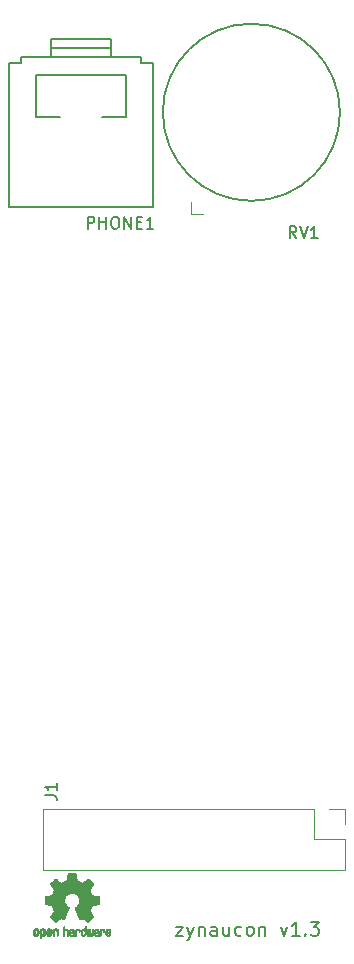
<source format=gbr>
G04 #@! TF.GenerationSoftware,KiCad,Pcbnew,5.1.7-a382d34a8~88~ubuntu18.04.1*
G04 #@! TF.CreationDate,2021-03-11T03:59:41+01:00*
G04 #@! TF.ProjectId,ZynAudioCon,5a796e41-7564-4696-9f43-6f6e2e6b6963,rev?*
G04 #@! TF.SameCoordinates,Original*
G04 #@! TF.FileFunction,Legend,Top*
G04 #@! TF.FilePolarity,Positive*
%FSLAX46Y46*%
G04 Gerber Fmt 4.6, Leading zero omitted, Abs format (unit mm)*
G04 Created by KiCad (PCBNEW 5.1.7-a382d34a8~88~ubuntu18.04.1) date 2021-03-11 03:59:41*
%MOMM*%
%LPD*%
G01*
G04 APERTURE LIST*
%ADD10C,0.130000*%
%ADD11C,0.150000*%
%ADD12C,0.120000*%
%ADD13C,0.010000*%
G04 APERTURE END LIST*
D10*
X93421428Y-121153571D02*
X94023809Y-121153571D01*
X93421428Y-121920238D01*
X94023809Y-121920238D01*
X94352380Y-121153571D02*
X94626190Y-121920238D01*
X94900000Y-121153571D02*
X94626190Y-121920238D01*
X94516666Y-122194047D01*
X94461904Y-122248809D01*
X94352380Y-122303571D01*
X95338095Y-121153571D02*
X95338095Y-121920238D01*
X95338095Y-121263095D02*
X95392857Y-121208333D01*
X95502380Y-121153571D01*
X95666666Y-121153571D01*
X95776190Y-121208333D01*
X95830952Y-121317857D01*
X95830952Y-121920238D01*
X96871428Y-121920238D02*
X96871428Y-121317857D01*
X96816666Y-121208333D01*
X96707142Y-121153571D01*
X96488095Y-121153571D01*
X96378571Y-121208333D01*
X96871428Y-121865476D02*
X96761904Y-121920238D01*
X96488095Y-121920238D01*
X96378571Y-121865476D01*
X96323809Y-121755952D01*
X96323809Y-121646428D01*
X96378571Y-121536904D01*
X96488095Y-121482142D01*
X96761904Y-121482142D01*
X96871428Y-121427380D01*
X97911904Y-121153571D02*
X97911904Y-121920238D01*
X97419047Y-121153571D02*
X97419047Y-121755952D01*
X97473809Y-121865476D01*
X97583333Y-121920238D01*
X97747619Y-121920238D01*
X97857142Y-121865476D01*
X97911904Y-121810714D01*
X98952380Y-121865476D02*
X98842857Y-121920238D01*
X98623809Y-121920238D01*
X98514285Y-121865476D01*
X98459523Y-121810714D01*
X98404761Y-121701190D01*
X98404761Y-121372619D01*
X98459523Y-121263095D01*
X98514285Y-121208333D01*
X98623809Y-121153571D01*
X98842857Y-121153571D01*
X98952380Y-121208333D01*
X99609523Y-121920238D02*
X99500000Y-121865476D01*
X99445238Y-121810714D01*
X99390476Y-121701190D01*
X99390476Y-121372619D01*
X99445238Y-121263095D01*
X99500000Y-121208333D01*
X99609523Y-121153571D01*
X99773809Y-121153571D01*
X99883333Y-121208333D01*
X99938095Y-121263095D01*
X99992857Y-121372619D01*
X99992857Y-121701190D01*
X99938095Y-121810714D01*
X99883333Y-121865476D01*
X99773809Y-121920238D01*
X99609523Y-121920238D01*
X100485714Y-121153571D02*
X100485714Y-121920238D01*
X100485714Y-121263095D02*
X100540476Y-121208333D01*
X100650000Y-121153571D01*
X100814285Y-121153571D01*
X100923809Y-121208333D01*
X100978571Y-121317857D01*
X100978571Y-121920238D01*
X102292857Y-121153571D02*
X102566666Y-121920238D01*
X102840476Y-121153571D01*
X103880952Y-121920238D02*
X103223809Y-121920238D01*
X103552380Y-121920238D02*
X103552380Y-120770238D01*
X103442857Y-120934523D01*
X103333333Y-121044047D01*
X103223809Y-121098809D01*
X104373809Y-121810714D02*
X104428571Y-121865476D01*
X104373809Y-121920238D01*
X104319047Y-121865476D01*
X104373809Y-121810714D01*
X104373809Y-121920238D01*
X104811904Y-120770238D02*
X105523809Y-120770238D01*
X105140476Y-121208333D01*
X105304761Y-121208333D01*
X105414285Y-121263095D01*
X105469047Y-121317857D01*
X105523809Y-121427380D01*
X105523809Y-121701190D01*
X105469047Y-121810714D01*
X105414285Y-121865476D01*
X105304761Y-121920238D01*
X104976190Y-121920238D01*
X104866666Y-121865476D01*
X104811904Y-121810714D01*
D11*
G04 #@! TO.C,PHONE1*
X89210000Y-49018000D02*
X89210000Y-52574000D01*
X90480000Y-47494000D02*
X90480000Y-48002000D01*
X91496000Y-48002000D02*
X90480000Y-48002000D01*
X80320000Y-47748000D02*
X80320000Y-47494000D01*
X82860000Y-45970000D02*
X87940000Y-45970000D01*
X83622000Y-52574000D02*
X81590000Y-52574000D01*
X80320000Y-47494000D02*
X90480000Y-47494000D01*
X82860000Y-46732000D02*
X87940000Y-46732000D01*
X87940000Y-47494000D02*
X87940000Y-45970000D01*
X80320000Y-48002000D02*
X80320000Y-47748000D01*
X82860000Y-45970000D02*
X82860000Y-47494000D01*
X89210000Y-52574000D02*
X87178000Y-52574000D01*
X79304000Y-60194000D02*
X79304000Y-48002000D01*
X91496000Y-60194000D02*
X79304000Y-60194000D01*
X91496000Y-48002000D02*
X91496000Y-60194000D01*
X80320000Y-48002000D02*
X79304000Y-48002000D01*
X81590000Y-49018000D02*
X89210000Y-49018000D01*
X81590000Y-52574000D02*
X81590000Y-49018000D01*
G04 #@! TO.C,RV1*
X107300000Y-52200000D02*
G75*
G03*
X107300000Y-52200000I-7500000J0D01*
G01*
D12*
X95685700Y-60814300D02*
X94685700Y-60814300D01*
X94685700Y-60814300D02*
X94685700Y-59814300D01*
G04 #@! TO.C,J1*
X107690000Y-111160000D02*
X107690000Y-112490000D01*
X106360000Y-111160000D02*
X107690000Y-111160000D01*
X107690000Y-113760000D02*
X107690000Y-116360000D01*
X105090000Y-113760000D02*
X107690000Y-113760000D01*
X105090000Y-111160000D02*
X105090000Y-113760000D01*
X107690000Y-116360000D02*
X82170000Y-116360000D01*
X105090000Y-111160000D02*
X82170000Y-111160000D01*
X82170000Y-111160000D02*
X82170000Y-116360000D01*
D13*
G04 #@! TO.C,REF\u002A\u002A*
G36*
X84685910Y-116622348D02*
G01*
X84764454Y-116622778D01*
X84821298Y-116623942D01*
X84860105Y-116626207D01*
X84884538Y-116629940D01*
X84898262Y-116635506D01*
X84904940Y-116643273D01*
X84908236Y-116653605D01*
X84908556Y-116654943D01*
X84913562Y-116679079D01*
X84922829Y-116726701D01*
X84935392Y-116792741D01*
X84950287Y-116872128D01*
X84966551Y-116959796D01*
X84967119Y-116962875D01*
X84983410Y-117048789D01*
X84998652Y-117124696D01*
X85011861Y-117186045D01*
X85022054Y-117228282D01*
X85028248Y-117246855D01*
X85028543Y-117247184D01*
X85046788Y-117256253D01*
X85084405Y-117271367D01*
X85133271Y-117289262D01*
X85133543Y-117289358D01*
X85195093Y-117312493D01*
X85267657Y-117341965D01*
X85336057Y-117371597D01*
X85339294Y-117373062D01*
X85450702Y-117423626D01*
X85697399Y-117255160D01*
X85773077Y-117203803D01*
X85841631Y-117157889D01*
X85899088Y-117120030D01*
X85941476Y-117092837D01*
X85964825Y-117078921D01*
X85967042Y-117077889D01*
X85984010Y-117082484D01*
X86015701Y-117104655D01*
X86063352Y-117145447D01*
X86128198Y-117205905D01*
X86194397Y-117270227D01*
X86258214Y-117333612D01*
X86315329Y-117391451D01*
X86362305Y-117440175D01*
X86395703Y-117476210D01*
X86412085Y-117495984D01*
X86412694Y-117497002D01*
X86414505Y-117510572D01*
X86407683Y-117532733D01*
X86390540Y-117566478D01*
X86361393Y-117614800D01*
X86318555Y-117680692D01*
X86261448Y-117765517D01*
X86210766Y-117840177D01*
X86165461Y-117907140D01*
X86128150Y-117962516D01*
X86101452Y-118002420D01*
X86087985Y-118022962D01*
X86087137Y-118024356D01*
X86088781Y-118044038D01*
X86101245Y-118082293D01*
X86122048Y-118131889D01*
X86129462Y-118147728D01*
X86161814Y-118218290D01*
X86196328Y-118298353D01*
X86224365Y-118367629D01*
X86244568Y-118419045D01*
X86260615Y-118458119D01*
X86269888Y-118478541D01*
X86271041Y-118480114D01*
X86288096Y-118482721D01*
X86328298Y-118489863D01*
X86386302Y-118500523D01*
X86456763Y-118513685D01*
X86534335Y-118528333D01*
X86613672Y-118543449D01*
X86689431Y-118558018D01*
X86756264Y-118571022D01*
X86808828Y-118581445D01*
X86841776Y-118588270D01*
X86849857Y-118590199D01*
X86858205Y-118594962D01*
X86864506Y-118605718D01*
X86869045Y-118626098D01*
X86872104Y-118659734D01*
X86873967Y-118710255D01*
X86874918Y-118781292D01*
X86875240Y-118876476D01*
X86875257Y-118915492D01*
X86875257Y-119232799D01*
X86799057Y-119247839D01*
X86756663Y-119255995D01*
X86693400Y-119267899D01*
X86616962Y-119282116D01*
X86535043Y-119297210D01*
X86512400Y-119301355D01*
X86436806Y-119316053D01*
X86370953Y-119330505D01*
X86320366Y-119343375D01*
X86290574Y-119353322D01*
X86285612Y-119356287D01*
X86273426Y-119377283D01*
X86255953Y-119417967D01*
X86236577Y-119470322D01*
X86232734Y-119481600D01*
X86207339Y-119551523D01*
X86175817Y-119630418D01*
X86144969Y-119701266D01*
X86144817Y-119701595D01*
X86093447Y-119812733D01*
X86262399Y-120061253D01*
X86431352Y-120309772D01*
X86214429Y-120527058D01*
X86148819Y-120591726D01*
X86088979Y-120648733D01*
X86038267Y-120695033D01*
X86000046Y-120727584D01*
X85977675Y-120743343D01*
X85974466Y-120744343D01*
X85955626Y-120736469D01*
X85917180Y-120714578D01*
X85863330Y-120681267D01*
X85798276Y-120639131D01*
X85727940Y-120591943D01*
X85656555Y-120543810D01*
X85592908Y-120501928D01*
X85541041Y-120468871D01*
X85504995Y-120447218D01*
X85488867Y-120439543D01*
X85469189Y-120446037D01*
X85431875Y-120463150D01*
X85384621Y-120487326D01*
X85379612Y-120490013D01*
X85315977Y-120521927D01*
X85272341Y-120537579D01*
X85245202Y-120537745D01*
X85231057Y-120523204D01*
X85230975Y-120523000D01*
X85223905Y-120505779D01*
X85207042Y-120464899D01*
X85181695Y-120403525D01*
X85149171Y-120324819D01*
X85110778Y-120231947D01*
X85067822Y-120128072D01*
X85026222Y-120027502D01*
X84980504Y-119916516D01*
X84938526Y-119813703D01*
X84901548Y-119722215D01*
X84870827Y-119645201D01*
X84847622Y-119585815D01*
X84833190Y-119547209D01*
X84828743Y-119532800D01*
X84839896Y-119516272D01*
X84869069Y-119489930D01*
X84907971Y-119460887D01*
X85018757Y-119369039D01*
X85105351Y-119263759D01*
X85166716Y-119147266D01*
X85201815Y-119021776D01*
X85209608Y-118889507D01*
X85203943Y-118828457D01*
X85173078Y-118701795D01*
X85119920Y-118589941D01*
X85047767Y-118494001D01*
X84959917Y-118415076D01*
X84859665Y-118354270D01*
X84750310Y-118312687D01*
X84635147Y-118291428D01*
X84517475Y-118291599D01*
X84400590Y-118314301D01*
X84287789Y-118360638D01*
X84182369Y-118431713D01*
X84138368Y-118471911D01*
X84053979Y-118575129D01*
X83995222Y-118687925D01*
X83961704Y-118807010D01*
X83953035Y-118929095D01*
X83968823Y-119050893D01*
X84008678Y-119169116D01*
X84072207Y-119280475D01*
X84159021Y-119381684D01*
X84256029Y-119460887D01*
X84296437Y-119491162D01*
X84324982Y-119517219D01*
X84335257Y-119532825D01*
X84329877Y-119549843D01*
X84314575Y-119590500D01*
X84290612Y-119651642D01*
X84259244Y-119730119D01*
X84221732Y-119822780D01*
X84179333Y-119926472D01*
X84137663Y-120027526D01*
X84091690Y-120138607D01*
X84049107Y-120241541D01*
X84011221Y-120333165D01*
X83979340Y-120410316D01*
X83954771Y-120469831D01*
X83938820Y-120508544D01*
X83932910Y-120523000D01*
X83918948Y-120537685D01*
X83891940Y-120537642D01*
X83848413Y-120522099D01*
X83784890Y-120490284D01*
X83784388Y-120490013D01*
X83736560Y-120465323D01*
X83697897Y-120447338D01*
X83676095Y-120439614D01*
X83675133Y-120439543D01*
X83658721Y-120447378D01*
X83622487Y-120469165D01*
X83570474Y-120502328D01*
X83506725Y-120544291D01*
X83436060Y-120591943D01*
X83364116Y-120640191D01*
X83299274Y-120682151D01*
X83245735Y-120715227D01*
X83207697Y-120736821D01*
X83189533Y-120744343D01*
X83172808Y-120734457D01*
X83139180Y-120706826D01*
X83092010Y-120664495D01*
X83034658Y-120610505D01*
X82970484Y-120547899D01*
X82949497Y-120526983D01*
X82732499Y-120309623D01*
X82897668Y-120067220D01*
X82947864Y-119992781D01*
X82991919Y-119925972D01*
X83027362Y-119870665D01*
X83051719Y-119830729D01*
X83062522Y-119810036D01*
X83062838Y-119808563D01*
X83057143Y-119789058D01*
X83041826Y-119749822D01*
X83019537Y-119697430D01*
X83003893Y-119662355D01*
X82974641Y-119595201D01*
X82947094Y-119527358D01*
X82925737Y-119470034D01*
X82919935Y-119452572D01*
X82903452Y-119405938D01*
X82887340Y-119369905D01*
X82878490Y-119356287D01*
X82858960Y-119347952D01*
X82816334Y-119336137D01*
X82756145Y-119322181D01*
X82683922Y-119307422D01*
X82651600Y-119301355D01*
X82569522Y-119286273D01*
X82490795Y-119271669D01*
X82423109Y-119258980D01*
X82374160Y-119249642D01*
X82364943Y-119247839D01*
X82288743Y-119232799D01*
X82288743Y-118915492D01*
X82288914Y-118811154D01*
X82289616Y-118732213D01*
X82291134Y-118675038D01*
X82293749Y-118635999D01*
X82297746Y-118611465D01*
X82303409Y-118597805D01*
X82311020Y-118591389D01*
X82314143Y-118590199D01*
X82332978Y-118585980D01*
X82374588Y-118577562D01*
X82433630Y-118565961D01*
X82504757Y-118552195D01*
X82582625Y-118537280D01*
X82661887Y-118522232D01*
X82737198Y-118508069D01*
X82803213Y-118495806D01*
X82854587Y-118486461D01*
X82885975Y-118481050D01*
X82892959Y-118480114D01*
X82899285Y-118467596D01*
X82913290Y-118434246D01*
X82932355Y-118386377D01*
X82939634Y-118367629D01*
X82968996Y-118295195D01*
X83003571Y-118215170D01*
X83034537Y-118147728D01*
X83057323Y-118096159D01*
X83072482Y-118053785D01*
X83077542Y-118027834D01*
X83076736Y-118024356D01*
X83066041Y-118007936D01*
X83041620Y-117971417D01*
X83006095Y-117918687D01*
X82962087Y-117853635D01*
X82912217Y-117780151D01*
X82902356Y-117765645D01*
X82844492Y-117679704D01*
X82801956Y-117614261D01*
X82773054Y-117566304D01*
X82756090Y-117532820D01*
X82749367Y-117510795D01*
X82751190Y-117497217D01*
X82751236Y-117497131D01*
X82765586Y-117479297D01*
X82797323Y-117444817D01*
X82843010Y-117397268D01*
X82899204Y-117340222D01*
X82962468Y-117277255D01*
X82969602Y-117270227D01*
X83049330Y-117193020D01*
X83110857Y-117136330D01*
X83155421Y-117099110D01*
X83184257Y-117080315D01*
X83196958Y-117077889D01*
X83215494Y-117088471D01*
X83253961Y-117112916D01*
X83308386Y-117148612D01*
X83374798Y-117192947D01*
X83449225Y-117243311D01*
X83466601Y-117255160D01*
X83713297Y-117423626D01*
X83824706Y-117373062D01*
X83892457Y-117343595D01*
X83965183Y-117313959D01*
X84027703Y-117290330D01*
X84030457Y-117289358D01*
X84079360Y-117271457D01*
X84117057Y-117256320D01*
X84135425Y-117247210D01*
X84135456Y-117247184D01*
X84141285Y-117230717D01*
X84151192Y-117190219D01*
X84164195Y-117130242D01*
X84179309Y-117055340D01*
X84195552Y-116970064D01*
X84196881Y-116962875D01*
X84213175Y-116875014D01*
X84228133Y-116795260D01*
X84240791Y-116728681D01*
X84250186Y-116680347D01*
X84255354Y-116655325D01*
X84255444Y-116654943D01*
X84258589Y-116644299D01*
X84264704Y-116636262D01*
X84277453Y-116630467D01*
X84300500Y-116626547D01*
X84337509Y-116624135D01*
X84392144Y-116622865D01*
X84468067Y-116622371D01*
X84568944Y-116622286D01*
X84582000Y-116622286D01*
X84685910Y-116622348D01*
G37*
X84685910Y-116622348D02*
X84764454Y-116622778D01*
X84821298Y-116623942D01*
X84860105Y-116626207D01*
X84884538Y-116629940D01*
X84898262Y-116635506D01*
X84904940Y-116643273D01*
X84908236Y-116653605D01*
X84908556Y-116654943D01*
X84913562Y-116679079D01*
X84922829Y-116726701D01*
X84935392Y-116792741D01*
X84950287Y-116872128D01*
X84966551Y-116959796D01*
X84967119Y-116962875D01*
X84983410Y-117048789D01*
X84998652Y-117124696D01*
X85011861Y-117186045D01*
X85022054Y-117228282D01*
X85028248Y-117246855D01*
X85028543Y-117247184D01*
X85046788Y-117256253D01*
X85084405Y-117271367D01*
X85133271Y-117289262D01*
X85133543Y-117289358D01*
X85195093Y-117312493D01*
X85267657Y-117341965D01*
X85336057Y-117371597D01*
X85339294Y-117373062D01*
X85450702Y-117423626D01*
X85697399Y-117255160D01*
X85773077Y-117203803D01*
X85841631Y-117157889D01*
X85899088Y-117120030D01*
X85941476Y-117092837D01*
X85964825Y-117078921D01*
X85967042Y-117077889D01*
X85984010Y-117082484D01*
X86015701Y-117104655D01*
X86063352Y-117145447D01*
X86128198Y-117205905D01*
X86194397Y-117270227D01*
X86258214Y-117333612D01*
X86315329Y-117391451D01*
X86362305Y-117440175D01*
X86395703Y-117476210D01*
X86412085Y-117495984D01*
X86412694Y-117497002D01*
X86414505Y-117510572D01*
X86407683Y-117532733D01*
X86390540Y-117566478D01*
X86361393Y-117614800D01*
X86318555Y-117680692D01*
X86261448Y-117765517D01*
X86210766Y-117840177D01*
X86165461Y-117907140D01*
X86128150Y-117962516D01*
X86101452Y-118002420D01*
X86087985Y-118022962D01*
X86087137Y-118024356D01*
X86088781Y-118044038D01*
X86101245Y-118082293D01*
X86122048Y-118131889D01*
X86129462Y-118147728D01*
X86161814Y-118218290D01*
X86196328Y-118298353D01*
X86224365Y-118367629D01*
X86244568Y-118419045D01*
X86260615Y-118458119D01*
X86269888Y-118478541D01*
X86271041Y-118480114D01*
X86288096Y-118482721D01*
X86328298Y-118489863D01*
X86386302Y-118500523D01*
X86456763Y-118513685D01*
X86534335Y-118528333D01*
X86613672Y-118543449D01*
X86689431Y-118558018D01*
X86756264Y-118571022D01*
X86808828Y-118581445D01*
X86841776Y-118588270D01*
X86849857Y-118590199D01*
X86858205Y-118594962D01*
X86864506Y-118605718D01*
X86869045Y-118626098D01*
X86872104Y-118659734D01*
X86873967Y-118710255D01*
X86874918Y-118781292D01*
X86875240Y-118876476D01*
X86875257Y-118915492D01*
X86875257Y-119232799D01*
X86799057Y-119247839D01*
X86756663Y-119255995D01*
X86693400Y-119267899D01*
X86616962Y-119282116D01*
X86535043Y-119297210D01*
X86512400Y-119301355D01*
X86436806Y-119316053D01*
X86370953Y-119330505D01*
X86320366Y-119343375D01*
X86290574Y-119353322D01*
X86285612Y-119356287D01*
X86273426Y-119377283D01*
X86255953Y-119417967D01*
X86236577Y-119470322D01*
X86232734Y-119481600D01*
X86207339Y-119551523D01*
X86175817Y-119630418D01*
X86144969Y-119701266D01*
X86144817Y-119701595D01*
X86093447Y-119812733D01*
X86262399Y-120061253D01*
X86431352Y-120309772D01*
X86214429Y-120527058D01*
X86148819Y-120591726D01*
X86088979Y-120648733D01*
X86038267Y-120695033D01*
X86000046Y-120727584D01*
X85977675Y-120743343D01*
X85974466Y-120744343D01*
X85955626Y-120736469D01*
X85917180Y-120714578D01*
X85863330Y-120681267D01*
X85798276Y-120639131D01*
X85727940Y-120591943D01*
X85656555Y-120543810D01*
X85592908Y-120501928D01*
X85541041Y-120468871D01*
X85504995Y-120447218D01*
X85488867Y-120439543D01*
X85469189Y-120446037D01*
X85431875Y-120463150D01*
X85384621Y-120487326D01*
X85379612Y-120490013D01*
X85315977Y-120521927D01*
X85272341Y-120537579D01*
X85245202Y-120537745D01*
X85231057Y-120523204D01*
X85230975Y-120523000D01*
X85223905Y-120505779D01*
X85207042Y-120464899D01*
X85181695Y-120403525D01*
X85149171Y-120324819D01*
X85110778Y-120231947D01*
X85067822Y-120128072D01*
X85026222Y-120027502D01*
X84980504Y-119916516D01*
X84938526Y-119813703D01*
X84901548Y-119722215D01*
X84870827Y-119645201D01*
X84847622Y-119585815D01*
X84833190Y-119547209D01*
X84828743Y-119532800D01*
X84839896Y-119516272D01*
X84869069Y-119489930D01*
X84907971Y-119460887D01*
X85018757Y-119369039D01*
X85105351Y-119263759D01*
X85166716Y-119147266D01*
X85201815Y-119021776D01*
X85209608Y-118889507D01*
X85203943Y-118828457D01*
X85173078Y-118701795D01*
X85119920Y-118589941D01*
X85047767Y-118494001D01*
X84959917Y-118415076D01*
X84859665Y-118354270D01*
X84750310Y-118312687D01*
X84635147Y-118291428D01*
X84517475Y-118291599D01*
X84400590Y-118314301D01*
X84287789Y-118360638D01*
X84182369Y-118431713D01*
X84138368Y-118471911D01*
X84053979Y-118575129D01*
X83995222Y-118687925D01*
X83961704Y-118807010D01*
X83953035Y-118929095D01*
X83968823Y-119050893D01*
X84008678Y-119169116D01*
X84072207Y-119280475D01*
X84159021Y-119381684D01*
X84256029Y-119460887D01*
X84296437Y-119491162D01*
X84324982Y-119517219D01*
X84335257Y-119532825D01*
X84329877Y-119549843D01*
X84314575Y-119590500D01*
X84290612Y-119651642D01*
X84259244Y-119730119D01*
X84221732Y-119822780D01*
X84179333Y-119926472D01*
X84137663Y-120027526D01*
X84091690Y-120138607D01*
X84049107Y-120241541D01*
X84011221Y-120333165D01*
X83979340Y-120410316D01*
X83954771Y-120469831D01*
X83938820Y-120508544D01*
X83932910Y-120523000D01*
X83918948Y-120537685D01*
X83891940Y-120537642D01*
X83848413Y-120522099D01*
X83784890Y-120490284D01*
X83784388Y-120490013D01*
X83736560Y-120465323D01*
X83697897Y-120447338D01*
X83676095Y-120439614D01*
X83675133Y-120439543D01*
X83658721Y-120447378D01*
X83622487Y-120469165D01*
X83570474Y-120502328D01*
X83506725Y-120544291D01*
X83436060Y-120591943D01*
X83364116Y-120640191D01*
X83299274Y-120682151D01*
X83245735Y-120715227D01*
X83207697Y-120736821D01*
X83189533Y-120744343D01*
X83172808Y-120734457D01*
X83139180Y-120706826D01*
X83092010Y-120664495D01*
X83034658Y-120610505D01*
X82970484Y-120547899D01*
X82949497Y-120526983D01*
X82732499Y-120309623D01*
X82897668Y-120067220D01*
X82947864Y-119992781D01*
X82991919Y-119925972D01*
X83027362Y-119870665D01*
X83051719Y-119830729D01*
X83062522Y-119810036D01*
X83062838Y-119808563D01*
X83057143Y-119789058D01*
X83041826Y-119749822D01*
X83019537Y-119697430D01*
X83003893Y-119662355D01*
X82974641Y-119595201D01*
X82947094Y-119527358D01*
X82925737Y-119470034D01*
X82919935Y-119452572D01*
X82903452Y-119405938D01*
X82887340Y-119369905D01*
X82878490Y-119356287D01*
X82858960Y-119347952D01*
X82816334Y-119336137D01*
X82756145Y-119322181D01*
X82683922Y-119307422D01*
X82651600Y-119301355D01*
X82569522Y-119286273D01*
X82490795Y-119271669D01*
X82423109Y-119258980D01*
X82374160Y-119249642D01*
X82364943Y-119247839D01*
X82288743Y-119232799D01*
X82288743Y-118915492D01*
X82288914Y-118811154D01*
X82289616Y-118732213D01*
X82291134Y-118675038D01*
X82293749Y-118635999D01*
X82297746Y-118611465D01*
X82303409Y-118597805D01*
X82311020Y-118591389D01*
X82314143Y-118590199D01*
X82332978Y-118585980D01*
X82374588Y-118577562D01*
X82433630Y-118565961D01*
X82504757Y-118552195D01*
X82582625Y-118537280D01*
X82661887Y-118522232D01*
X82737198Y-118508069D01*
X82803213Y-118495806D01*
X82854587Y-118486461D01*
X82885975Y-118481050D01*
X82892959Y-118480114D01*
X82899285Y-118467596D01*
X82913290Y-118434246D01*
X82932355Y-118386377D01*
X82939634Y-118367629D01*
X82968996Y-118295195D01*
X83003571Y-118215170D01*
X83034537Y-118147728D01*
X83057323Y-118096159D01*
X83072482Y-118053785D01*
X83077542Y-118027834D01*
X83076736Y-118024356D01*
X83066041Y-118007936D01*
X83041620Y-117971417D01*
X83006095Y-117918687D01*
X82962087Y-117853635D01*
X82912217Y-117780151D01*
X82902356Y-117765645D01*
X82844492Y-117679704D01*
X82801956Y-117614261D01*
X82773054Y-117566304D01*
X82756090Y-117532820D01*
X82749367Y-117510795D01*
X82751190Y-117497217D01*
X82751236Y-117497131D01*
X82765586Y-117479297D01*
X82797323Y-117444817D01*
X82843010Y-117397268D01*
X82899204Y-117340222D01*
X82962468Y-117277255D01*
X82969602Y-117270227D01*
X83049330Y-117193020D01*
X83110857Y-117136330D01*
X83155421Y-117099110D01*
X83184257Y-117080315D01*
X83196958Y-117077889D01*
X83215494Y-117088471D01*
X83253961Y-117112916D01*
X83308386Y-117148612D01*
X83374798Y-117192947D01*
X83449225Y-117243311D01*
X83466601Y-117255160D01*
X83713297Y-117423626D01*
X83824706Y-117373062D01*
X83892457Y-117343595D01*
X83965183Y-117313959D01*
X84027703Y-117290330D01*
X84030457Y-117289358D01*
X84079360Y-117271457D01*
X84117057Y-117256320D01*
X84135425Y-117247210D01*
X84135456Y-117247184D01*
X84141285Y-117230717D01*
X84151192Y-117190219D01*
X84164195Y-117130242D01*
X84179309Y-117055340D01*
X84195552Y-116970064D01*
X84196881Y-116962875D01*
X84213175Y-116875014D01*
X84228133Y-116795260D01*
X84240791Y-116728681D01*
X84250186Y-116680347D01*
X84255354Y-116655325D01*
X84255444Y-116654943D01*
X84258589Y-116644299D01*
X84264704Y-116636262D01*
X84277453Y-116630467D01*
X84300500Y-116626547D01*
X84337509Y-116624135D01*
X84392144Y-116622865D01*
X84468067Y-116622371D01*
X84568944Y-116622286D01*
X84582000Y-116622286D01*
X84685910Y-116622348D01*
G36*
X87735595Y-121346966D02*
G01*
X87793021Y-121384497D01*
X87820719Y-121418096D01*
X87842662Y-121479064D01*
X87844405Y-121527308D01*
X87840457Y-121591816D01*
X87691686Y-121656934D01*
X87619349Y-121690202D01*
X87572084Y-121716964D01*
X87547507Y-121740144D01*
X87543237Y-121762667D01*
X87556889Y-121787455D01*
X87571943Y-121803886D01*
X87615746Y-121830235D01*
X87663389Y-121832081D01*
X87707145Y-121811546D01*
X87739289Y-121770752D01*
X87745038Y-121756347D01*
X87772576Y-121711356D01*
X87804258Y-121692182D01*
X87847714Y-121675779D01*
X87847714Y-121737966D01*
X87843872Y-121780283D01*
X87828823Y-121815969D01*
X87797280Y-121856943D01*
X87792592Y-121862267D01*
X87757506Y-121898720D01*
X87727347Y-121918283D01*
X87689615Y-121927283D01*
X87658335Y-121930230D01*
X87602385Y-121930965D01*
X87562555Y-121921660D01*
X87537708Y-121907846D01*
X87498656Y-121877467D01*
X87471625Y-121844613D01*
X87454517Y-121803294D01*
X87445238Y-121747521D01*
X87441693Y-121671305D01*
X87441410Y-121632622D01*
X87442372Y-121586247D01*
X87530007Y-121586247D01*
X87531023Y-121611126D01*
X87533556Y-121615200D01*
X87550274Y-121609665D01*
X87586249Y-121595017D01*
X87634331Y-121574190D01*
X87644386Y-121569714D01*
X87705152Y-121538814D01*
X87738632Y-121511657D01*
X87745990Y-121486220D01*
X87728391Y-121460481D01*
X87713856Y-121449109D01*
X87661410Y-121426364D01*
X87612322Y-121430122D01*
X87571227Y-121457884D01*
X87542758Y-121507152D01*
X87533631Y-121546257D01*
X87530007Y-121586247D01*
X87442372Y-121586247D01*
X87443285Y-121542249D01*
X87450196Y-121475384D01*
X87463884Y-121426695D01*
X87486096Y-121390849D01*
X87518574Y-121362513D01*
X87532733Y-121353355D01*
X87597053Y-121329507D01*
X87667473Y-121328006D01*
X87735595Y-121346966D01*
G37*
X87735595Y-121346966D02*
X87793021Y-121384497D01*
X87820719Y-121418096D01*
X87842662Y-121479064D01*
X87844405Y-121527308D01*
X87840457Y-121591816D01*
X87691686Y-121656934D01*
X87619349Y-121690202D01*
X87572084Y-121716964D01*
X87547507Y-121740144D01*
X87543237Y-121762667D01*
X87556889Y-121787455D01*
X87571943Y-121803886D01*
X87615746Y-121830235D01*
X87663389Y-121832081D01*
X87707145Y-121811546D01*
X87739289Y-121770752D01*
X87745038Y-121756347D01*
X87772576Y-121711356D01*
X87804258Y-121692182D01*
X87847714Y-121675779D01*
X87847714Y-121737966D01*
X87843872Y-121780283D01*
X87828823Y-121815969D01*
X87797280Y-121856943D01*
X87792592Y-121862267D01*
X87757506Y-121898720D01*
X87727347Y-121918283D01*
X87689615Y-121927283D01*
X87658335Y-121930230D01*
X87602385Y-121930965D01*
X87562555Y-121921660D01*
X87537708Y-121907846D01*
X87498656Y-121877467D01*
X87471625Y-121844613D01*
X87454517Y-121803294D01*
X87445238Y-121747521D01*
X87441693Y-121671305D01*
X87441410Y-121632622D01*
X87442372Y-121586247D01*
X87530007Y-121586247D01*
X87531023Y-121611126D01*
X87533556Y-121615200D01*
X87550274Y-121609665D01*
X87586249Y-121595017D01*
X87634331Y-121574190D01*
X87644386Y-121569714D01*
X87705152Y-121538814D01*
X87738632Y-121511657D01*
X87745990Y-121486220D01*
X87728391Y-121460481D01*
X87713856Y-121449109D01*
X87661410Y-121426364D01*
X87612322Y-121430122D01*
X87571227Y-121457884D01*
X87542758Y-121507152D01*
X87533631Y-121546257D01*
X87530007Y-121586247D01*
X87442372Y-121586247D01*
X87443285Y-121542249D01*
X87450196Y-121475384D01*
X87463884Y-121426695D01*
X87486096Y-121390849D01*
X87518574Y-121362513D01*
X87532733Y-121353355D01*
X87597053Y-121329507D01*
X87667473Y-121328006D01*
X87735595Y-121346966D01*
G36*
X87234600Y-121338752D02*
G01*
X87251948Y-121346334D01*
X87293356Y-121379128D01*
X87328765Y-121426547D01*
X87350664Y-121477151D01*
X87354229Y-121502098D01*
X87342279Y-121536927D01*
X87316067Y-121555357D01*
X87287964Y-121566516D01*
X87275095Y-121568572D01*
X87268829Y-121553649D01*
X87256456Y-121521175D01*
X87251028Y-121506502D01*
X87220590Y-121455744D01*
X87176520Y-121430427D01*
X87120010Y-121431206D01*
X87115825Y-121432203D01*
X87085655Y-121446507D01*
X87063476Y-121474393D01*
X87048327Y-121519287D01*
X87039250Y-121584615D01*
X87035286Y-121673804D01*
X87034914Y-121721261D01*
X87034730Y-121796071D01*
X87033522Y-121847069D01*
X87030309Y-121879471D01*
X87024109Y-121898495D01*
X87013940Y-121909356D01*
X86998819Y-121917272D01*
X86997946Y-121917670D01*
X86968828Y-121929981D01*
X86954403Y-121934514D01*
X86952186Y-121920809D01*
X86950289Y-121882925D01*
X86948847Y-121825715D01*
X86947998Y-121754027D01*
X86947829Y-121701565D01*
X86948692Y-121600047D01*
X86952070Y-121523032D01*
X86959142Y-121466023D01*
X86971088Y-121424526D01*
X86989090Y-121394043D01*
X87014327Y-121370080D01*
X87039247Y-121353355D01*
X87099171Y-121331097D01*
X87168911Y-121326076D01*
X87234600Y-121338752D01*
G37*
X87234600Y-121338752D02*
X87251948Y-121346334D01*
X87293356Y-121379128D01*
X87328765Y-121426547D01*
X87350664Y-121477151D01*
X87354229Y-121502098D01*
X87342279Y-121536927D01*
X87316067Y-121555357D01*
X87287964Y-121566516D01*
X87275095Y-121568572D01*
X87268829Y-121553649D01*
X87256456Y-121521175D01*
X87251028Y-121506502D01*
X87220590Y-121455744D01*
X87176520Y-121430427D01*
X87120010Y-121431206D01*
X87115825Y-121432203D01*
X87085655Y-121446507D01*
X87063476Y-121474393D01*
X87048327Y-121519287D01*
X87039250Y-121584615D01*
X87035286Y-121673804D01*
X87034914Y-121721261D01*
X87034730Y-121796071D01*
X87033522Y-121847069D01*
X87030309Y-121879471D01*
X87024109Y-121898495D01*
X87013940Y-121909356D01*
X86998819Y-121917272D01*
X86997946Y-121917670D01*
X86968828Y-121929981D01*
X86954403Y-121934514D01*
X86952186Y-121920809D01*
X86950289Y-121882925D01*
X86948847Y-121825715D01*
X86947998Y-121754027D01*
X86947829Y-121701565D01*
X86948692Y-121600047D01*
X86952070Y-121523032D01*
X86959142Y-121466023D01*
X86971088Y-121424526D01*
X86989090Y-121394043D01*
X87014327Y-121370080D01*
X87039247Y-121353355D01*
X87099171Y-121331097D01*
X87168911Y-121326076D01*
X87234600Y-121338752D01*
G36*
X86726876Y-121336335D02*
G01*
X86768667Y-121355344D01*
X86801469Y-121378378D01*
X86825503Y-121404133D01*
X86842097Y-121437358D01*
X86852577Y-121482800D01*
X86858271Y-121545207D01*
X86860507Y-121629327D01*
X86860743Y-121684721D01*
X86860743Y-121900826D01*
X86823774Y-121917670D01*
X86794656Y-121929981D01*
X86780231Y-121934514D01*
X86777472Y-121921025D01*
X86775282Y-121884653D01*
X86773942Y-121831542D01*
X86773657Y-121789372D01*
X86772434Y-121728447D01*
X86769136Y-121680115D01*
X86764321Y-121650518D01*
X86760496Y-121644229D01*
X86734783Y-121650652D01*
X86694418Y-121667125D01*
X86647679Y-121689458D01*
X86602845Y-121713457D01*
X86568193Y-121734930D01*
X86552002Y-121749685D01*
X86551938Y-121749845D01*
X86553330Y-121777152D01*
X86565818Y-121803219D01*
X86587743Y-121824392D01*
X86619743Y-121831474D01*
X86647092Y-121830649D01*
X86685826Y-121830042D01*
X86706158Y-121839116D01*
X86718369Y-121863092D01*
X86719909Y-121867613D01*
X86725203Y-121901806D01*
X86711047Y-121922568D01*
X86674148Y-121932462D01*
X86634289Y-121934292D01*
X86562562Y-121920727D01*
X86525432Y-121901355D01*
X86479576Y-121855845D01*
X86455256Y-121799983D01*
X86453073Y-121740957D01*
X86473629Y-121685953D01*
X86504549Y-121651486D01*
X86535420Y-121632189D01*
X86583942Y-121607759D01*
X86640485Y-121582985D01*
X86649910Y-121579199D01*
X86712019Y-121551791D01*
X86747822Y-121527634D01*
X86759337Y-121503619D01*
X86748580Y-121476635D01*
X86730114Y-121455543D01*
X86686469Y-121429572D01*
X86638446Y-121427624D01*
X86594406Y-121447637D01*
X86562709Y-121487551D01*
X86558549Y-121497848D01*
X86534327Y-121535724D01*
X86498965Y-121563842D01*
X86454343Y-121586917D01*
X86454343Y-121521485D01*
X86456969Y-121481506D01*
X86468230Y-121449997D01*
X86493199Y-121416378D01*
X86517169Y-121390484D01*
X86554441Y-121353817D01*
X86583401Y-121334121D01*
X86614505Y-121326220D01*
X86649713Y-121324914D01*
X86726876Y-121336335D01*
G37*
X86726876Y-121336335D02*
X86768667Y-121355344D01*
X86801469Y-121378378D01*
X86825503Y-121404133D01*
X86842097Y-121437358D01*
X86852577Y-121482800D01*
X86858271Y-121545207D01*
X86860507Y-121629327D01*
X86860743Y-121684721D01*
X86860743Y-121900826D01*
X86823774Y-121917670D01*
X86794656Y-121929981D01*
X86780231Y-121934514D01*
X86777472Y-121921025D01*
X86775282Y-121884653D01*
X86773942Y-121831542D01*
X86773657Y-121789372D01*
X86772434Y-121728447D01*
X86769136Y-121680115D01*
X86764321Y-121650518D01*
X86760496Y-121644229D01*
X86734783Y-121650652D01*
X86694418Y-121667125D01*
X86647679Y-121689458D01*
X86602845Y-121713457D01*
X86568193Y-121734930D01*
X86552002Y-121749685D01*
X86551938Y-121749845D01*
X86553330Y-121777152D01*
X86565818Y-121803219D01*
X86587743Y-121824392D01*
X86619743Y-121831474D01*
X86647092Y-121830649D01*
X86685826Y-121830042D01*
X86706158Y-121839116D01*
X86718369Y-121863092D01*
X86719909Y-121867613D01*
X86725203Y-121901806D01*
X86711047Y-121922568D01*
X86674148Y-121932462D01*
X86634289Y-121934292D01*
X86562562Y-121920727D01*
X86525432Y-121901355D01*
X86479576Y-121855845D01*
X86455256Y-121799983D01*
X86453073Y-121740957D01*
X86473629Y-121685953D01*
X86504549Y-121651486D01*
X86535420Y-121632189D01*
X86583942Y-121607759D01*
X86640485Y-121582985D01*
X86649910Y-121579199D01*
X86712019Y-121551791D01*
X86747822Y-121527634D01*
X86759337Y-121503619D01*
X86748580Y-121476635D01*
X86730114Y-121455543D01*
X86686469Y-121429572D01*
X86638446Y-121427624D01*
X86594406Y-121447637D01*
X86562709Y-121487551D01*
X86558549Y-121497848D01*
X86534327Y-121535724D01*
X86498965Y-121563842D01*
X86454343Y-121586917D01*
X86454343Y-121521485D01*
X86456969Y-121481506D01*
X86468230Y-121449997D01*
X86493199Y-121416378D01*
X86517169Y-121390484D01*
X86554441Y-121353817D01*
X86583401Y-121334121D01*
X86614505Y-121326220D01*
X86649713Y-121324914D01*
X86726876Y-121336335D01*
G36*
X86361833Y-121338663D02*
G01*
X86364048Y-121376850D01*
X86365784Y-121434886D01*
X86366899Y-121508180D01*
X86367257Y-121585055D01*
X86367257Y-121845196D01*
X86321326Y-121891127D01*
X86289675Y-121919429D01*
X86261890Y-121930893D01*
X86223915Y-121930168D01*
X86208840Y-121928321D01*
X86161726Y-121922948D01*
X86122756Y-121919869D01*
X86113257Y-121919585D01*
X86081233Y-121921445D01*
X86035432Y-121926114D01*
X86017674Y-121928321D01*
X85974057Y-121931735D01*
X85944745Y-121924320D01*
X85915680Y-121901427D01*
X85905188Y-121891127D01*
X85859257Y-121845196D01*
X85859257Y-121358602D01*
X85896226Y-121341758D01*
X85928059Y-121329282D01*
X85946683Y-121324914D01*
X85951458Y-121338718D01*
X85955921Y-121377286D01*
X85959775Y-121436356D01*
X85962722Y-121511663D01*
X85964143Y-121575286D01*
X85968114Y-121825657D01*
X86002759Y-121830556D01*
X86034268Y-121827131D01*
X86049708Y-121816041D01*
X86054023Y-121795308D01*
X86057708Y-121751145D01*
X86060469Y-121689146D01*
X86062012Y-121614909D01*
X86062235Y-121576706D01*
X86062457Y-121356783D01*
X86108166Y-121340849D01*
X86140518Y-121330015D01*
X86158115Y-121324962D01*
X86158623Y-121324914D01*
X86160388Y-121338648D01*
X86162329Y-121376730D01*
X86164282Y-121434482D01*
X86166084Y-121507227D01*
X86167343Y-121575286D01*
X86171314Y-121825657D01*
X86258400Y-121825657D01*
X86262396Y-121597240D01*
X86266392Y-121368822D01*
X86308847Y-121346868D01*
X86340192Y-121331793D01*
X86358744Y-121324951D01*
X86359279Y-121324914D01*
X86361833Y-121338663D01*
G37*
X86361833Y-121338663D02*
X86364048Y-121376850D01*
X86365784Y-121434886D01*
X86366899Y-121508180D01*
X86367257Y-121585055D01*
X86367257Y-121845196D01*
X86321326Y-121891127D01*
X86289675Y-121919429D01*
X86261890Y-121930893D01*
X86223915Y-121930168D01*
X86208840Y-121928321D01*
X86161726Y-121922948D01*
X86122756Y-121919869D01*
X86113257Y-121919585D01*
X86081233Y-121921445D01*
X86035432Y-121926114D01*
X86017674Y-121928321D01*
X85974057Y-121931735D01*
X85944745Y-121924320D01*
X85915680Y-121901427D01*
X85905188Y-121891127D01*
X85859257Y-121845196D01*
X85859257Y-121358602D01*
X85896226Y-121341758D01*
X85928059Y-121329282D01*
X85946683Y-121324914D01*
X85951458Y-121338718D01*
X85955921Y-121377286D01*
X85959775Y-121436356D01*
X85962722Y-121511663D01*
X85964143Y-121575286D01*
X85968114Y-121825657D01*
X86002759Y-121830556D01*
X86034268Y-121827131D01*
X86049708Y-121816041D01*
X86054023Y-121795308D01*
X86057708Y-121751145D01*
X86060469Y-121689146D01*
X86062012Y-121614909D01*
X86062235Y-121576706D01*
X86062457Y-121356783D01*
X86108166Y-121340849D01*
X86140518Y-121330015D01*
X86158115Y-121324962D01*
X86158623Y-121324914D01*
X86160388Y-121338648D01*
X86162329Y-121376730D01*
X86164282Y-121434482D01*
X86166084Y-121507227D01*
X86167343Y-121575286D01*
X86171314Y-121825657D01*
X86258400Y-121825657D01*
X86262396Y-121597240D01*
X86266392Y-121368822D01*
X86308847Y-121346868D01*
X86340192Y-121331793D01*
X86358744Y-121324951D01*
X86359279Y-121324914D01*
X86361833Y-121338663D01*
G36*
X85772117Y-121445358D02*
G01*
X85771933Y-121553837D01*
X85771219Y-121637287D01*
X85769675Y-121699704D01*
X85767001Y-121745085D01*
X85762894Y-121777429D01*
X85757055Y-121800733D01*
X85749182Y-121818995D01*
X85743221Y-121829418D01*
X85693855Y-121885945D01*
X85631264Y-121921377D01*
X85562013Y-121934090D01*
X85492668Y-121922463D01*
X85451375Y-121901568D01*
X85408025Y-121865422D01*
X85378481Y-121821276D01*
X85360655Y-121763462D01*
X85352463Y-121686313D01*
X85351302Y-121629714D01*
X85351458Y-121625647D01*
X85452857Y-121625647D01*
X85453476Y-121690550D01*
X85456314Y-121733514D01*
X85462840Y-121761622D01*
X85474523Y-121781953D01*
X85488483Y-121797288D01*
X85535365Y-121826890D01*
X85585701Y-121829419D01*
X85633276Y-121804705D01*
X85636979Y-121801356D01*
X85652783Y-121783935D01*
X85662693Y-121763209D01*
X85668058Y-121732362D01*
X85670228Y-121684577D01*
X85670571Y-121631748D01*
X85669827Y-121565381D01*
X85666748Y-121521106D01*
X85660061Y-121492009D01*
X85648496Y-121471173D01*
X85639013Y-121460107D01*
X85594960Y-121432198D01*
X85544224Y-121428843D01*
X85495796Y-121450159D01*
X85486450Y-121458073D01*
X85470540Y-121475647D01*
X85460610Y-121496587D01*
X85455278Y-121527782D01*
X85453163Y-121576122D01*
X85452857Y-121625647D01*
X85351458Y-121625647D01*
X85354810Y-121538568D01*
X85366726Y-121470086D01*
X85389135Y-121418600D01*
X85424124Y-121378443D01*
X85451375Y-121357861D01*
X85500907Y-121335625D01*
X85558316Y-121325304D01*
X85611682Y-121328067D01*
X85641543Y-121339212D01*
X85653261Y-121342383D01*
X85661037Y-121330557D01*
X85666465Y-121298866D01*
X85670571Y-121250593D01*
X85675067Y-121196829D01*
X85681313Y-121164482D01*
X85692676Y-121145985D01*
X85712528Y-121133770D01*
X85725000Y-121128362D01*
X85772171Y-121108601D01*
X85772117Y-121445358D01*
G37*
X85772117Y-121445358D02*
X85771933Y-121553837D01*
X85771219Y-121637287D01*
X85769675Y-121699704D01*
X85767001Y-121745085D01*
X85762894Y-121777429D01*
X85757055Y-121800733D01*
X85749182Y-121818995D01*
X85743221Y-121829418D01*
X85693855Y-121885945D01*
X85631264Y-121921377D01*
X85562013Y-121934090D01*
X85492668Y-121922463D01*
X85451375Y-121901568D01*
X85408025Y-121865422D01*
X85378481Y-121821276D01*
X85360655Y-121763462D01*
X85352463Y-121686313D01*
X85351302Y-121629714D01*
X85351458Y-121625647D01*
X85452857Y-121625647D01*
X85453476Y-121690550D01*
X85456314Y-121733514D01*
X85462840Y-121761622D01*
X85474523Y-121781953D01*
X85488483Y-121797288D01*
X85535365Y-121826890D01*
X85585701Y-121829419D01*
X85633276Y-121804705D01*
X85636979Y-121801356D01*
X85652783Y-121783935D01*
X85662693Y-121763209D01*
X85668058Y-121732362D01*
X85670228Y-121684577D01*
X85670571Y-121631748D01*
X85669827Y-121565381D01*
X85666748Y-121521106D01*
X85660061Y-121492009D01*
X85648496Y-121471173D01*
X85639013Y-121460107D01*
X85594960Y-121432198D01*
X85544224Y-121428843D01*
X85495796Y-121450159D01*
X85486450Y-121458073D01*
X85470540Y-121475647D01*
X85460610Y-121496587D01*
X85455278Y-121527782D01*
X85453163Y-121576122D01*
X85452857Y-121625647D01*
X85351458Y-121625647D01*
X85354810Y-121538568D01*
X85366726Y-121470086D01*
X85389135Y-121418600D01*
X85424124Y-121378443D01*
X85451375Y-121357861D01*
X85500907Y-121335625D01*
X85558316Y-121325304D01*
X85611682Y-121328067D01*
X85641543Y-121339212D01*
X85653261Y-121342383D01*
X85661037Y-121330557D01*
X85666465Y-121298866D01*
X85670571Y-121250593D01*
X85675067Y-121196829D01*
X85681313Y-121164482D01*
X85692676Y-121145985D01*
X85712528Y-121133770D01*
X85725000Y-121128362D01*
X85772171Y-121108601D01*
X85772117Y-121445358D01*
G36*
X85111926Y-121329755D02*
G01*
X85177858Y-121354084D01*
X85231273Y-121397117D01*
X85252164Y-121427409D01*
X85274939Y-121482994D01*
X85274466Y-121523186D01*
X85250562Y-121550217D01*
X85241717Y-121554813D01*
X85203530Y-121569144D01*
X85184028Y-121565472D01*
X85177422Y-121541407D01*
X85177086Y-121528114D01*
X85164992Y-121479210D01*
X85133471Y-121444999D01*
X85089659Y-121428476D01*
X85040695Y-121432634D01*
X85000894Y-121454227D01*
X84987450Y-121466544D01*
X84977921Y-121481487D01*
X84971485Y-121504075D01*
X84967317Y-121539328D01*
X84964597Y-121592266D01*
X84962502Y-121667907D01*
X84961960Y-121691857D01*
X84959981Y-121773790D01*
X84957731Y-121831455D01*
X84954357Y-121869608D01*
X84949006Y-121893004D01*
X84940824Y-121906398D01*
X84928959Y-121914545D01*
X84921362Y-121918144D01*
X84889102Y-121930452D01*
X84870111Y-121934514D01*
X84863836Y-121920948D01*
X84860006Y-121879934D01*
X84858600Y-121810999D01*
X84859598Y-121713669D01*
X84859908Y-121698657D01*
X84862101Y-121609859D01*
X84864693Y-121545019D01*
X84868382Y-121499067D01*
X84873864Y-121466935D01*
X84881835Y-121443553D01*
X84892993Y-121423852D01*
X84898830Y-121415410D01*
X84932296Y-121378057D01*
X84969727Y-121349003D01*
X84974309Y-121346467D01*
X85041426Y-121326443D01*
X85111926Y-121329755D01*
G37*
X85111926Y-121329755D02*
X85177858Y-121354084D01*
X85231273Y-121397117D01*
X85252164Y-121427409D01*
X85274939Y-121482994D01*
X85274466Y-121523186D01*
X85250562Y-121550217D01*
X85241717Y-121554813D01*
X85203530Y-121569144D01*
X85184028Y-121565472D01*
X85177422Y-121541407D01*
X85177086Y-121528114D01*
X85164992Y-121479210D01*
X85133471Y-121444999D01*
X85089659Y-121428476D01*
X85040695Y-121432634D01*
X85000894Y-121454227D01*
X84987450Y-121466544D01*
X84977921Y-121481487D01*
X84971485Y-121504075D01*
X84967317Y-121539328D01*
X84964597Y-121592266D01*
X84962502Y-121667907D01*
X84961960Y-121691857D01*
X84959981Y-121773790D01*
X84957731Y-121831455D01*
X84954357Y-121869608D01*
X84949006Y-121893004D01*
X84940824Y-121906398D01*
X84928959Y-121914545D01*
X84921362Y-121918144D01*
X84889102Y-121930452D01*
X84870111Y-121934514D01*
X84863836Y-121920948D01*
X84860006Y-121879934D01*
X84858600Y-121810999D01*
X84859598Y-121713669D01*
X84859908Y-121698657D01*
X84862101Y-121609859D01*
X84864693Y-121545019D01*
X84868382Y-121499067D01*
X84873864Y-121466935D01*
X84881835Y-121443553D01*
X84892993Y-121423852D01*
X84898830Y-121415410D01*
X84932296Y-121378057D01*
X84969727Y-121349003D01*
X84974309Y-121346467D01*
X85041426Y-121326443D01*
X85111926Y-121329755D01*
G36*
X84621744Y-121330968D02*
G01*
X84678616Y-121352087D01*
X84679267Y-121352493D01*
X84714440Y-121378380D01*
X84740407Y-121408633D01*
X84758670Y-121448058D01*
X84770732Y-121501462D01*
X84778096Y-121573651D01*
X84782264Y-121669432D01*
X84782629Y-121683078D01*
X84787876Y-121888842D01*
X84743716Y-121911678D01*
X84711763Y-121927110D01*
X84692470Y-121934423D01*
X84691578Y-121934514D01*
X84688239Y-121921022D01*
X84685587Y-121884626D01*
X84683956Y-121831452D01*
X84683600Y-121788393D01*
X84683592Y-121718641D01*
X84680403Y-121674837D01*
X84669288Y-121653944D01*
X84645501Y-121652925D01*
X84604296Y-121668741D01*
X84542086Y-121697815D01*
X84496341Y-121721963D01*
X84472813Y-121742913D01*
X84465896Y-121765747D01*
X84465886Y-121766877D01*
X84477299Y-121806212D01*
X84511092Y-121827462D01*
X84562809Y-121830539D01*
X84600061Y-121830006D01*
X84619703Y-121840735D01*
X84631952Y-121866505D01*
X84639002Y-121899337D01*
X84628842Y-121917966D01*
X84625017Y-121920632D01*
X84589001Y-121931340D01*
X84538566Y-121932856D01*
X84486626Y-121925759D01*
X84449822Y-121912788D01*
X84398938Y-121869585D01*
X84370014Y-121809446D01*
X84364286Y-121762462D01*
X84368657Y-121720082D01*
X84384475Y-121685488D01*
X84415797Y-121654763D01*
X84466678Y-121623990D01*
X84541176Y-121589252D01*
X84545714Y-121587288D01*
X84612821Y-121556287D01*
X84654232Y-121530862D01*
X84671981Y-121508014D01*
X84668107Y-121484745D01*
X84644643Y-121458056D01*
X84637627Y-121451914D01*
X84590630Y-121428100D01*
X84541933Y-121429103D01*
X84499522Y-121452451D01*
X84471384Y-121495675D01*
X84468769Y-121504160D01*
X84443308Y-121545308D01*
X84411001Y-121565128D01*
X84364286Y-121584770D01*
X84364286Y-121533950D01*
X84378496Y-121460082D01*
X84420675Y-121392327D01*
X84442624Y-121369661D01*
X84492517Y-121340569D01*
X84555967Y-121327400D01*
X84621744Y-121330968D01*
G37*
X84621744Y-121330968D02*
X84678616Y-121352087D01*
X84679267Y-121352493D01*
X84714440Y-121378380D01*
X84740407Y-121408633D01*
X84758670Y-121448058D01*
X84770732Y-121501462D01*
X84778096Y-121573651D01*
X84782264Y-121669432D01*
X84782629Y-121683078D01*
X84787876Y-121888842D01*
X84743716Y-121911678D01*
X84711763Y-121927110D01*
X84692470Y-121934423D01*
X84691578Y-121934514D01*
X84688239Y-121921022D01*
X84685587Y-121884626D01*
X84683956Y-121831452D01*
X84683600Y-121788393D01*
X84683592Y-121718641D01*
X84680403Y-121674837D01*
X84669288Y-121653944D01*
X84645501Y-121652925D01*
X84604296Y-121668741D01*
X84542086Y-121697815D01*
X84496341Y-121721963D01*
X84472813Y-121742913D01*
X84465896Y-121765747D01*
X84465886Y-121766877D01*
X84477299Y-121806212D01*
X84511092Y-121827462D01*
X84562809Y-121830539D01*
X84600061Y-121830006D01*
X84619703Y-121840735D01*
X84631952Y-121866505D01*
X84639002Y-121899337D01*
X84628842Y-121917966D01*
X84625017Y-121920632D01*
X84589001Y-121931340D01*
X84538566Y-121932856D01*
X84486626Y-121925759D01*
X84449822Y-121912788D01*
X84398938Y-121869585D01*
X84370014Y-121809446D01*
X84364286Y-121762462D01*
X84368657Y-121720082D01*
X84384475Y-121685488D01*
X84415797Y-121654763D01*
X84466678Y-121623990D01*
X84541176Y-121589252D01*
X84545714Y-121587288D01*
X84612821Y-121556287D01*
X84654232Y-121530862D01*
X84671981Y-121508014D01*
X84668107Y-121484745D01*
X84644643Y-121458056D01*
X84637627Y-121451914D01*
X84590630Y-121428100D01*
X84541933Y-121429103D01*
X84499522Y-121452451D01*
X84471384Y-121495675D01*
X84468769Y-121504160D01*
X84443308Y-121545308D01*
X84411001Y-121565128D01*
X84364286Y-121584770D01*
X84364286Y-121533950D01*
X84378496Y-121460082D01*
X84420675Y-121392327D01*
X84442624Y-121369661D01*
X84492517Y-121340569D01*
X84555967Y-121327400D01*
X84621744Y-121330968D01*
G36*
X83957886Y-121231289D02*
G01*
X83962139Y-121290613D01*
X83967025Y-121325572D01*
X83973795Y-121340820D01*
X83983702Y-121341015D01*
X83986914Y-121339195D01*
X84029644Y-121326015D01*
X84085227Y-121326785D01*
X84141737Y-121340333D01*
X84177082Y-121357861D01*
X84213321Y-121385861D01*
X84239813Y-121417549D01*
X84257999Y-121457813D01*
X84269322Y-121511543D01*
X84275222Y-121583626D01*
X84277143Y-121678951D01*
X84277177Y-121697237D01*
X84277200Y-121902646D01*
X84231491Y-121918580D01*
X84199027Y-121929420D01*
X84181215Y-121934468D01*
X84180691Y-121934514D01*
X84178937Y-121920828D01*
X84177444Y-121883076D01*
X84176326Y-121826224D01*
X84175697Y-121755234D01*
X84175600Y-121712073D01*
X84175398Y-121626973D01*
X84174358Y-121565981D01*
X84171831Y-121524177D01*
X84167164Y-121496642D01*
X84159707Y-121478456D01*
X84148811Y-121464698D01*
X84142007Y-121458073D01*
X84095272Y-121431375D01*
X84044272Y-121429375D01*
X83998001Y-121451955D01*
X83989444Y-121460107D01*
X83976893Y-121475436D01*
X83968188Y-121493618D01*
X83962631Y-121519909D01*
X83959526Y-121559562D01*
X83958176Y-121617832D01*
X83957886Y-121698173D01*
X83957886Y-121902646D01*
X83912177Y-121918580D01*
X83879713Y-121929420D01*
X83861901Y-121934468D01*
X83861377Y-121934514D01*
X83860037Y-121920623D01*
X83858828Y-121881439D01*
X83857801Y-121820700D01*
X83857002Y-121742141D01*
X83856481Y-121649498D01*
X83856286Y-121546509D01*
X83856286Y-121149342D01*
X83903457Y-121129444D01*
X83950629Y-121109547D01*
X83957886Y-121231289D01*
G37*
X83957886Y-121231289D02*
X83962139Y-121290613D01*
X83967025Y-121325572D01*
X83973795Y-121340820D01*
X83983702Y-121341015D01*
X83986914Y-121339195D01*
X84029644Y-121326015D01*
X84085227Y-121326785D01*
X84141737Y-121340333D01*
X84177082Y-121357861D01*
X84213321Y-121385861D01*
X84239813Y-121417549D01*
X84257999Y-121457813D01*
X84269322Y-121511543D01*
X84275222Y-121583626D01*
X84277143Y-121678951D01*
X84277177Y-121697237D01*
X84277200Y-121902646D01*
X84231491Y-121918580D01*
X84199027Y-121929420D01*
X84181215Y-121934468D01*
X84180691Y-121934514D01*
X84178937Y-121920828D01*
X84177444Y-121883076D01*
X84176326Y-121826224D01*
X84175697Y-121755234D01*
X84175600Y-121712073D01*
X84175398Y-121626973D01*
X84174358Y-121565981D01*
X84171831Y-121524177D01*
X84167164Y-121496642D01*
X84159707Y-121478456D01*
X84148811Y-121464698D01*
X84142007Y-121458073D01*
X84095272Y-121431375D01*
X84044272Y-121429375D01*
X83998001Y-121451955D01*
X83989444Y-121460107D01*
X83976893Y-121475436D01*
X83968188Y-121493618D01*
X83962631Y-121519909D01*
X83959526Y-121559562D01*
X83958176Y-121617832D01*
X83957886Y-121698173D01*
X83957886Y-121902646D01*
X83912177Y-121918580D01*
X83879713Y-121929420D01*
X83861901Y-121934468D01*
X83861377Y-121934514D01*
X83860037Y-121920623D01*
X83858828Y-121881439D01*
X83857801Y-121820700D01*
X83857002Y-121742141D01*
X83856481Y-121649498D01*
X83856286Y-121546509D01*
X83856286Y-121149342D01*
X83903457Y-121129444D01*
X83950629Y-121109547D01*
X83957886Y-121231289D01*
G36*
X82750303Y-121311239D02*
G01*
X82807527Y-121349735D01*
X82851749Y-121405335D01*
X82878167Y-121476086D01*
X82883510Y-121528162D01*
X82882903Y-121549893D01*
X82877822Y-121566531D01*
X82863855Y-121581437D01*
X82836589Y-121597973D01*
X82791612Y-121619498D01*
X82724511Y-121649374D01*
X82724171Y-121649524D01*
X82662407Y-121677813D01*
X82611759Y-121702933D01*
X82577404Y-121722179D01*
X82564518Y-121732848D01*
X82564514Y-121732934D01*
X82575872Y-121756166D01*
X82602431Y-121781774D01*
X82632923Y-121800221D01*
X82648370Y-121803886D01*
X82690515Y-121791212D01*
X82726808Y-121759471D01*
X82744517Y-121724572D01*
X82761552Y-121698845D01*
X82794922Y-121669546D01*
X82834149Y-121644235D01*
X82868756Y-121630471D01*
X82875993Y-121629714D01*
X82884139Y-121642160D01*
X82884630Y-121673972D01*
X82878643Y-121716866D01*
X82867357Y-121762558D01*
X82851950Y-121802761D01*
X82851171Y-121804322D01*
X82804804Y-121869062D01*
X82744711Y-121913097D01*
X82676465Y-121934711D01*
X82605638Y-121932185D01*
X82537804Y-121903804D01*
X82534788Y-121901808D01*
X82481427Y-121853448D01*
X82446340Y-121790352D01*
X82426922Y-121707387D01*
X82424316Y-121684078D01*
X82419701Y-121574055D01*
X82425233Y-121522748D01*
X82564514Y-121522748D01*
X82566324Y-121554753D01*
X82576222Y-121564093D01*
X82600898Y-121557105D01*
X82639795Y-121540587D01*
X82683275Y-121519881D01*
X82684356Y-121519333D01*
X82721209Y-121499949D01*
X82736000Y-121487013D01*
X82732353Y-121473451D01*
X82716995Y-121455632D01*
X82677923Y-121429845D01*
X82635846Y-121427950D01*
X82598103Y-121446717D01*
X82572034Y-121482915D01*
X82564514Y-121522748D01*
X82425233Y-121522748D01*
X82429194Y-121486027D01*
X82453550Y-121416212D01*
X82487456Y-121367302D01*
X82548653Y-121317878D01*
X82616063Y-121293359D01*
X82684880Y-121291797D01*
X82750303Y-121311239D01*
G37*
X82750303Y-121311239D02*
X82807527Y-121349735D01*
X82851749Y-121405335D01*
X82878167Y-121476086D01*
X82883510Y-121528162D01*
X82882903Y-121549893D01*
X82877822Y-121566531D01*
X82863855Y-121581437D01*
X82836589Y-121597973D01*
X82791612Y-121619498D01*
X82724511Y-121649374D01*
X82724171Y-121649524D01*
X82662407Y-121677813D01*
X82611759Y-121702933D01*
X82577404Y-121722179D01*
X82564518Y-121732848D01*
X82564514Y-121732934D01*
X82575872Y-121756166D01*
X82602431Y-121781774D01*
X82632923Y-121800221D01*
X82648370Y-121803886D01*
X82690515Y-121791212D01*
X82726808Y-121759471D01*
X82744517Y-121724572D01*
X82761552Y-121698845D01*
X82794922Y-121669546D01*
X82834149Y-121644235D01*
X82868756Y-121630471D01*
X82875993Y-121629714D01*
X82884139Y-121642160D01*
X82884630Y-121673972D01*
X82878643Y-121716866D01*
X82867357Y-121762558D01*
X82851950Y-121802761D01*
X82851171Y-121804322D01*
X82804804Y-121869062D01*
X82744711Y-121913097D01*
X82676465Y-121934711D01*
X82605638Y-121932185D01*
X82537804Y-121903804D01*
X82534788Y-121901808D01*
X82481427Y-121853448D01*
X82446340Y-121790352D01*
X82426922Y-121707387D01*
X82424316Y-121684078D01*
X82419701Y-121574055D01*
X82425233Y-121522748D01*
X82564514Y-121522748D01*
X82566324Y-121554753D01*
X82576222Y-121564093D01*
X82600898Y-121557105D01*
X82639795Y-121540587D01*
X82683275Y-121519881D01*
X82684356Y-121519333D01*
X82721209Y-121499949D01*
X82736000Y-121487013D01*
X82732353Y-121473451D01*
X82716995Y-121455632D01*
X82677923Y-121429845D01*
X82635846Y-121427950D01*
X82598103Y-121446717D01*
X82572034Y-121482915D01*
X82564514Y-121522748D01*
X82425233Y-121522748D01*
X82429194Y-121486027D01*
X82453550Y-121416212D01*
X82487456Y-121367302D01*
X82548653Y-121317878D01*
X82616063Y-121293359D01*
X82684880Y-121291797D01*
X82750303Y-121311239D01*
G36*
X81623115Y-121301962D02*
G01*
X81691145Y-121337733D01*
X81741351Y-121395301D01*
X81759185Y-121432312D01*
X81773063Y-121487882D01*
X81780167Y-121558096D01*
X81780840Y-121634727D01*
X81775427Y-121709552D01*
X81764270Y-121774342D01*
X81747714Y-121820873D01*
X81742626Y-121828887D01*
X81682355Y-121888707D01*
X81610769Y-121924535D01*
X81533092Y-121935020D01*
X81454548Y-121918810D01*
X81432689Y-121909092D01*
X81390122Y-121879143D01*
X81352763Y-121839433D01*
X81349232Y-121834397D01*
X81334881Y-121810124D01*
X81325394Y-121784178D01*
X81319790Y-121750022D01*
X81317086Y-121701119D01*
X81316299Y-121630935D01*
X81316286Y-121615200D01*
X81316322Y-121610192D01*
X81461429Y-121610192D01*
X81462273Y-121676430D01*
X81465596Y-121720386D01*
X81472583Y-121748779D01*
X81484416Y-121768325D01*
X81490457Y-121774857D01*
X81525186Y-121799680D01*
X81558903Y-121798548D01*
X81592995Y-121777016D01*
X81613329Y-121754029D01*
X81625371Y-121720478D01*
X81632134Y-121667569D01*
X81632598Y-121661399D01*
X81633752Y-121565513D01*
X81621688Y-121494299D01*
X81596570Y-121448194D01*
X81558560Y-121427635D01*
X81544992Y-121426514D01*
X81509364Y-121432152D01*
X81484994Y-121451686D01*
X81470093Y-121489042D01*
X81462875Y-121548150D01*
X81461429Y-121610192D01*
X81316322Y-121610192D01*
X81316826Y-121540413D01*
X81319096Y-121488159D01*
X81324068Y-121451949D01*
X81332713Y-121425299D01*
X81346005Y-121401722D01*
X81348943Y-121397338D01*
X81398313Y-121338249D01*
X81452109Y-121303947D01*
X81517602Y-121290331D01*
X81539842Y-121289665D01*
X81623115Y-121301962D01*
G37*
X81623115Y-121301962D02*
X81691145Y-121337733D01*
X81741351Y-121395301D01*
X81759185Y-121432312D01*
X81773063Y-121487882D01*
X81780167Y-121558096D01*
X81780840Y-121634727D01*
X81775427Y-121709552D01*
X81764270Y-121774342D01*
X81747714Y-121820873D01*
X81742626Y-121828887D01*
X81682355Y-121888707D01*
X81610769Y-121924535D01*
X81533092Y-121935020D01*
X81454548Y-121918810D01*
X81432689Y-121909092D01*
X81390122Y-121879143D01*
X81352763Y-121839433D01*
X81349232Y-121834397D01*
X81334881Y-121810124D01*
X81325394Y-121784178D01*
X81319790Y-121750022D01*
X81317086Y-121701119D01*
X81316299Y-121630935D01*
X81316286Y-121615200D01*
X81316322Y-121610192D01*
X81461429Y-121610192D01*
X81462273Y-121676430D01*
X81465596Y-121720386D01*
X81472583Y-121748779D01*
X81484416Y-121768325D01*
X81490457Y-121774857D01*
X81525186Y-121799680D01*
X81558903Y-121798548D01*
X81592995Y-121777016D01*
X81613329Y-121754029D01*
X81625371Y-121720478D01*
X81632134Y-121667569D01*
X81632598Y-121661399D01*
X81633752Y-121565513D01*
X81621688Y-121494299D01*
X81596570Y-121448194D01*
X81558560Y-121427635D01*
X81544992Y-121426514D01*
X81509364Y-121432152D01*
X81484994Y-121451686D01*
X81470093Y-121489042D01*
X81462875Y-121548150D01*
X81461429Y-121610192D01*
X81316322Y-121610192D01*
X81316826Y-121540413D01*
X81319096Y-121488159D01*
X81324068Y-121451949D01*
X81332713Y-121425299D01*
X81346005Y-121401722D01*
X81348943Y-121397338D01*
X81398313Y-121338249D01*
X81452109Y-121303947D01*
X81517602Y-121290331D01*
X81539842Y-121289665D01*
X81623115Y-121301962D01*
G36*
X83298093Y-121307780D02*
G01*
X83344672Y-121334723D01*
X83377057Y-121361466D01*
X83400742Y-121389484D01*
X83417059Y-121423748D01*
X83427339Y-121469227D01*
X83432914Y-121530892D01*
X83435116Y-121613711D01*
X83435371Y-121673246D01*
X83435371Y-121892391D01*
X83373686Y-121920044D01*
X83312000Y-121947697D01*
X83304743Y-121707670D01*
X83301744Y-121618028D01*
X83298598Y-121552962D01*
X83294701Y-121508026D01*
X83289447Y-121478770D01*
X83282231Y-121460748D01*
X83272450Y-121449511D01*
X83269312Y-121447079D01*
X83221761Y-121428083D01*
X83173697Y-121435600D01*
X83145086Y-121455543D01*
X83133447Y-121469675D01*
X83125391Y-121488220D01*
X83120271Y-121516334D01*
X83117441Y-121559173D01*
X83116256Y-121621895D01*
X83116057Y-121687261D01*
X83116018Y-121769268D01*
X83114614Y-121827316D01*
X83109914Y-121866465D01*
X83099987Y-121891780D01*
X83082903Y-121908323D01*
X83056732Y-121921156D01*
X83021775Y-121934491D01*
X82983596Y-121949007D01*
X82988141Y-121691389D01*
X82989971Y-121598519D01*
X82992112Y-121529889D01*
X82995181Y-121480711D01*
X82999794Y-121446198D01*
X83006568Y-121421562D01*
X83016119Y-121402016D01*
X83027634Y-121384770D01*
X83083190Y-121329680D01*
X83150980Y-121297822D01*
X83224713Y-121290191D01*
X83298093Y-121307780D01*
G37*
X83298093Y-121307780D02*
X83344672Y-121334723D01*
X83377057Y-121361466D01*
X83400742Y-121389484D01*
X83417059Y-121423748D01*
X83427339Y-121469227D01*
X83432914Y-121530892D01*
X83435116Y-121613711D01*
X83435371Y-121673246D01*
X83435371Y-121892391D01*
X83373686Y-121920044D01*
X83312000Y-121947697D01*
X83304743Y-121707670D01*
X83301744Y-121618028D01*
X83298598Y-121552962D01*
X83294701Y-121508026D01*
X83289447Y-121478770D01*
X83282231Y-121460748D01*
X83272450Y-121449511D01*
X83269312Y-121447079D01*
X83221761Y-121428083D01*
X83173697Y-121435600D01*
X83145086Y-121455543D01*
X83133447Y-121469675D01*
X83125391Y-121488220D01*
X83120271Y-121516334D01*
X83117441Y-121559173D01*
X83116256Y-121621895D01*
X83116057Y-121687261D01*
X83116018Y-121769268D01*
X83114614Y-121827316D01*
X83109914Y-121866465D01*
X83099987Y-121891780D01*
X83082903Y-121908323D01*
X83056732Y-121921156D01*
X83021775Y-121934491D01*
X82983596Y-121949007D01*
X82988141Y-121691389D01*
X82989971Y-121598519D01*
X82992112Y-121529889D01*
X82995181Y-121480711D01*
X82999794Y-121446198D01*
X83006568Y-121421562D01*
X83016119Y-121402016D01*
X83027634Y-121384770D01*
X83083190Y-121329680D01*
X83150980Y-121297822D01*
X83224713Y-121290191D01*
X83298093Y-121307780D01*
G36*
X82181744Y-121299918D02*
G01*
X82237201Y-121327568D01*
X82286148Y-121378480D01*
X82299629Y-121397338D01*
X82314314Y-121422015D01*
X82323842Y-121448816D01*
X82329293Y-121484587D01*
X82331747Y-121536169D01*
X82332286Y-121604267D01*
X82329852Y-121697588D01*
X82321394Y-121767657D01*
X82305174Y-121819931D01*
X82279454Y-121859869D01*
X82242497Y-121892929D01*
X82239782Y-121894886D01*
X82203360Y-121914908D01*
X82159502Y-121924815D01*
X82103724Y-121927257D01*
X82013048Y-121927257D01*
X82013010Y-122015283D01*
X82012166Y-122064308D01*
X82007024Y-122093065D01*
X81993587Y-122110311D01*
X81967858Y-122124808D01*
X81961679Y-122127769D01*
X81932764Y-122141648D01*
X81910376Y-122150414D01*
X81893729Y-122151171D01*
X81882036Y-122141023D01*
X81874510Y-122117073D01*
X81870366Y-122076426D01*
X81868815Y-122016186D01*
X81869071Y-121933455D01*
X81870349Y-121825339D01*
X81870748Y-121793000D01*
X81872185Y-121681524D01*
X81873472Y-121608603D01*
X82012971Y-121608603D01*
X82013755Y-121670499D01*
X82017240Y-121710997D01*
X82025124Y-121737708D01*
X82039105Y-121758244D01*
X82048597Y-121768260D01*
X82087404Y-121797567D01*
X82121763Y-121799952D01*
X82157216Y-121775750D01*
X82158114Y-121774857D01*
X82172539Y-121756153D01*
X82181313Y-121730732D01*
X82185739Y-121691584D01*
X82187118Y-121631697D01*
X82187143Y-121618430D01*
X82183812Y-121535901D01*
X82172969Y-121478691D01*
X82153340Y-121443766D01*
X82123650Y-121428094D01*
X82106491Y-121426514D01*
X82065766Y-121433926D01*
X82037832Y-121458330D01*
X82021017Y-121502980D01*
X82013650Y-121571130D01*
X82012971Y-121608603D01*
X81873472Y-121608603D01*
X81873708Y-121595245D01*
X81875677Y-121530333D01*
X81878450Y-121482958D01*
X81882388Y-121449290D01*
X81887849Y-121425498D01*
X81895192Y-121407753D01*
X81904777Y-121392224D01*
X81908887Y-121386381D01*
X81963405Y-121331185D01*
X82032336Y-121299890D01*
X82112072Y-121291165D01*
X82181744Y-121299918D01*
G37*
X82181744Y-121299918D02*
X82237201Y-121327568D01*
X82286148Y-121378480D01*
X82299629Y-121397338D01*
X82314314Y-121422015D01*
X82323842Y-121448816D01*
X82329293Y-121484587D01*
X82331747Y-121536169D01*
X82332286Y-121604267D01*
X82329852Y-121697588D01*
X82321394Y-121767657D01*
X82305174Y-121819931D01*
X82279454Y-121859869D01*
X82242497Y-121892929D01*
X82239782Y-121894886D01*
X82203360Y-121914908D01*
X82159502Y-121924815D01*
X82103724Y-121927257D01*
X82013048Y-121927257D01*
X82013010Y-122015283D01*
X82012166Y-122064308D01*
X82007024Y-122093065D01*
X81993587Y-122110311D01*
X81967858Y-122124808D01*
X81961679Y-122127769D01*
X81932764Y-122141648D01*
X81910376Y-122150414D01*
X81893729Y-122151171D01*
X81882036Y-122141023D01*
X81874510Y-122117073D01*
X81870366Y-122076426D01*
X81868815Y-122016186D01*
X81869071Y-121933455D01*
X81870349Y-121825339D01*
X81870748Y-121793000D01*
X81872185Y-121681524D01*
X81873472Y-121608603D01*
X82012971Y-121608603D01*
X82013755Y-121670499D01*
X82017240Y-121710997D01*
X82025124Y-121737708D01*
X82039105Y-121758244D01*
X82048597Y-121768260D01*
X82087404Y-121797567D01*
X82121763Y-121799952D01*
X82157216Y-121775750D01*
X82158114Y-121774857D01*
X82172539Y-121756153D01*
X82181313Y-121730732D01*
X82185739Y-121691584D01*
X82187118Y-121631697D01*
X82187143Y-121618430D01*
X82183812Y-121535901D01*
X82172969Y-121478691D01*
X82153340Y-121443766D01*
X82123650Y-121428094D01*
X82106491Y-121426514D01*
X82065766Y-121433926D01*
X82037832Y-121458330D01*
X82021017Y-121502980D01*
X82013650Y-121571130D01*
X82012971Y-121608603D01*
X81873472Y-121608603D01*
X81873708Y-121595245D01*
X81875677Y-121530333D01*
X81878450Y-121482958D01*
X81882388Y-121449290D01*
X81887849Y-121425498D01*
X81895192Y-121407753D01*
X81904777Y-121392224D01*
X81908887Y-121386381D01*
X81963405Y-121331185D01*
X82032336Y-121299890D01*
X82112072Y-121291165D01*
X82181744Y-121299918D01*
G04 #@! TO.C,PHONE1*
D11*
X85938095Y-62052380D02*
X85938095Y-61052380D01*
X86319047Y-61052380D01*
X86414285Y-61100000D01*
X86461904Y-61147619D01*
X86509523Y-61242857D01*
X86509523Y-61385714D01*
X86461904Y-61480952D01*
X86414285Y-61528571D01*
X86319047Y-61576190D01*
X85938095Y-61576190D01*
X86938095Y-62052380D02*
X86938095Y-61052380D01*
X86938095Y-61528571D02*
X87509523Y-61528571D01*
X87509523Y-62052380D02*
X87509523Y-61052380D01*
X88176190Y-61052380D02*
X88366666Y-61052380D01*
X88461904Y-61100000D01*
X88557142Y-61195238D01*
X88604761Y-61385714D01*
X88604761Y-61719047D01*
X88557142Y-61909523D01*
X88461904Y-62004761D01*
X88366666Y-62052380D01*
X88176190Y-62052380D01*
X88080952Y-62004761D01*
X87985714Y-61909523D01*
X87938095Y-61719047D01*
X87938095Y-61385714D01*
X87985714Y-61195238D01*
X88080952Y-61100000D01*
X88176190Y-61052380D01*
X89033333Y-62052380D02*
X89033333Y-61052380D01*
X89604761Y-62052380D01*
X89604761Y-61052380D01*
X90080952Y-61528571D02*
X90414285Y-61528571D01*
X90557142Y-62052380D02*
X90080952Y-62052380D01*
X90080952Y-61052380D01*
X90557142Y-61052380D01*
X91509523Y-62052380D02*
X90938095Y-62052380D01*
X91223809Y-62052380D02*
X91223809Y-61052380D01*
X91128571Y-61195238D01*
X91033333Y-61290476D01*
X90938095Y-61338095D01*
G04 #@! TO.C,RV1*
X103604761Y-62852380D02*
X103271428Y-62376190D01*
X103033333Y-62852380D02*
X103033333Y-61852380D01*
X103414285Y-61852380D01*
X103509523Y-61900000D01*
X103557142Y-61947619D01*
X103604761Y-62042857D01*
X103604761Y-62185714D01*
X103557142Y-62280952D01*
X103509523Y-62328571D01*
X103414285Y-62376190D01*
X103033333Y-62376190D01*
X103890476Y-61852380D02*
X104223809Y-62852380D01*
X104557142Y-61852380D01*
X105414285Y-62852380D02*
X104842857Y-62852380D01*
X105128571Y-62852380D02*
X105128571Y-61852380D01*
X105033333Y-61995238D01*
X104938095Y-62090476D01*
X104842857Y-62138095D01*
G04 #@! TO.C,J1*
X82312380Y-110023333D02*
X83026666Y-110023333D01*
X83169523Y-110070952D01*
X83264761Y-110166190D01*
X83312380Y-110309047D01*
X83312380Y-110404285D01*
X83312380Y-109023333D02*
X83312380Y-109594761D01*
X83312380Y-109309047D02*
X82312380Y-109309047D01*
X82455238Y-109404285D01*
X82550476Y-109499523D01*
X82598095Y-109594761D01*
G04 #@! TD*
M02*

</source>
